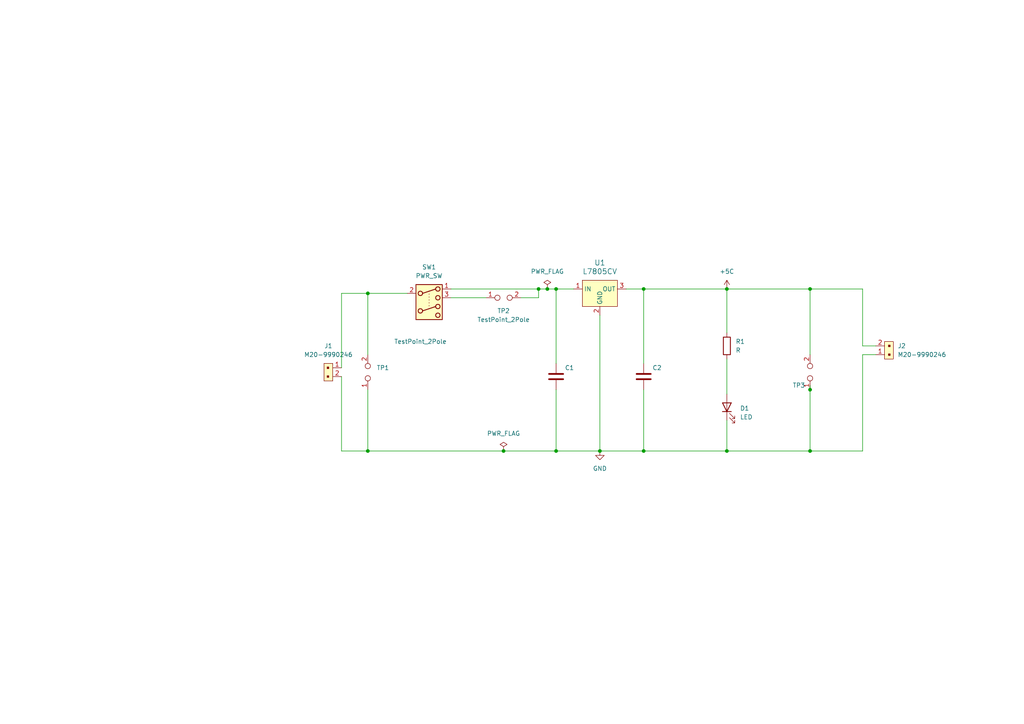
<source format=kicad_sch>
(kicad_sch (version 20230121) (generator eeschema)
  (paper "A4")
  (title_block (title "Project 1 PCB") (date "2024-02-21") (company "Kyle Auyeung") (comment 1 "Umass Amherst"))
  (lib_symbols
    (symbol "Connector:TestPoint_2Pole" (pin_names (offset 0.762) hide)
      (property "Reference" "TP" (at 0 1.524 0))
      (property "Value" "TestPoint_2Pole" (at 0 -1.778 0))
      (symbol "TestPoint_2Pole_0_1"
        (circle (center -1.778 0) (radius 0.762))
        (circle (center 1.778 0) (radius 0.762))
        (pin passive line (at -5.08 0 0) (length 2.54) (name "1") (number "1"))
        (pin passive line (at 5.08 0 180) (length 2.54) (name "2") (number "2"))
      )
    )
    (symbol "Device:C" (pin_numbers hide) (pin_names (offset 0.254))
      (property "Reference" "C" (at 0.635 2.54 0))
      (property "Value" "C" (at 0.635 -2.54 0))
      (symbol "C_0_1"
        (polyline (pts (xy -2.032 -0.762) (xy 2.032 -0.762)) (stroke (width 0.508)))
        (polyline (pts (xy -2.032 0.762) (xy 2.032 0.762)) (stroke (width 0.508)))
      )
      (symbol "C_1_1"
        (pin passive line (at 0 3.81 270) (length 2.794) (name "~") (number "1"))
        (pin passive line (at 0 -3.81 90) (length 2.794) (name "~") (number "2"))
      )
    )
    (symbol "Device:LED" (pin_numbers hide) (pin_names (offset 1.016) hide)
      (property "Reference" "D" (at 0 2.54 0))
      (property "Value" "LED" (at 0 -2.54 0))
      (symbol "LED_0_1"
        (polyline (pts (xy -1.27 -1.27) (xy -1.27 1.27)) (stroke (width 0.254)))
        (polyline (pts (xy -1.27 0) (xy 1.27 0)))
        (polyline (pts (xy 1.27 -1.27) (xy 1.27 1.27) (xy -1.27 0) (xy 1.27 -1.27)) (stroke (width 0.254)))
        (polyline (pts (xy -3.048 -0.762) (xy -4.572 -2.286) (xy -3.81 -2.286) (xy -4.572 -2.286) (xy -4.572 -1.524)))
        (polyline (pts (xy -1.778 -0.762) (xy -3.302 -2.286) (xy -2.54 -2.286) (xy -3.302 -2.286) (xy -3.302 -1.524)))
      )
      (symbol "LED_1_1"
        (pin passive line (at -3.81 0 0) (length 2.54) (name "K") (number "1"))
        (pin passive line (at 3.81 0 180) (length 2.54) (name "A") (number "2"))
      )
    )
    (symbol "Device:R" (pin_numbers hide) (pin_names (offset 0))
      (property "Reference" "R" (at 2.032 0 90))
      (property "Value" "R" (at 0 0 90))
      (symbol "R_0_1"
        (rectangle (start -1.016 -2.54) (end 1.016 2.54) (stroke (width 0.254)))
      )
      (symbol "R_1_1"
        (pin passive line (at 0 3.81 270) (length 1.27) (name "~") (number "1"))
        (pin passive line (at 0 -3.81 90) (length 1.27) (name "~") (number "2"))
      )
    )
    (symbol "SLW-826947-5A-RA-D:SLW-826947-5A-RA-D"
      (property "Reference" "SW1" (at 0 8.89 0))
      (property "Value" "PWR_SW" (at 0 6.35 0))
      (symbol "SLW-826947-5A-RA-D_1_1"
        (rectangle (start -3.81 5.08) (end 3.81 -5.08) (stroke (width 0.254)) (fill (type background)))
        (circle (center -2.54 -2.54) (radius 0.635) (stroke (width 0.254)))
        (circle (center -2.54 2.54) (radius 0.635) (stroke (width 0.254)))
        (polyline (pts (xy -1.905 -2.54) (xy 1.905 -1.27)) (stroke (width 0.254)))
        (polyline (pts (xy -1.905 2.54) (xy 1.905 3.81)) (stroke (width 0.254)))
        (polyline (pts (xy 0 3.175) (xy 0 -1.905)) (stroke (width 0.2) (type dot)))
        (circle (center 2.54 -3.81) (radius 0.635) (stroke (width 0.254)))
        (circle (center 2.54 -1.27) (radius 0.635) (stroke (width 0.254)))
        (circle (center 2.54 1.27) (radius 0.635) (stroke (width 0.254)))
        (circle (center 2.54 3.81) (radius 0.635) (stroke (width 0.254)))
        (pin passive line (at 6.35 3.81 180) (length 2.54) (name "") (number "1"))
        (pin passive line (at -6.35 2.54 0) (length 2.54) (name "") (number "2"))
        (pin passive line (at 6.35 1.27 180) (length 2.54) (name "") (number "3"))
        (pin no_connect line (at 6.35 -1.27 180) (length 2.54) hide (name "") (number "4"))
        (pin no_connect line (at -6.35 -2.54 0) (length 2.54) hide (name "") (number "5"))
        (pin no_connect line (at 6.35 -3.81 180) (length 2.54) hide (name "") (number "6"))
      )
    )
    (symbol "dk_PMIC-Voltage-Regulators-Linear:L7805CV"
      (property "Reference" "U" (at 0 3.81 0))
      (property "Value" "L7805CV" (at 0 6.35 0))
      (symbol "L7805CV_1_1"
        (rectangle (start -5.08 2.54) (end 5.08 -5.08) (fill (type background)))
        (pin power_in line (at -7.62 0 0) (length 2.54) (name "IN") (number "1"))
        (pin power_in line (at 0 -7.62 90) (length 2.54) (name "GND") (number "2"))
        (pin power_out line (at 7.62 0 180) (length 2.54) (name "OUT") (number "3"))
      )
    )
    (symbol "dk_Rectangular-Connectors-Headers-Male-Pins:M20-9990246" (pin_names (offset 1.016))
      (property "Reference" "J" (at -2.54 1.27 0))
      (property "Value" "M20-9990246" (at 1.27 -3.81 0))
      (symbol "M20-9990246_1_1"
        (rectangle (start -1.27 0) (end 3.81 -2.54) (fill (type background)))
        (rectangle (start -0.254 -1.143) (end 0.254 -1.651) (fill (type outline)))
        (rectangle (start 2.286 -1.143) (end 2.794 -1.651) (fill (type outline)))
        (pin passive line (at 0 2.54 270) (length 2.54) (name "~") (number "1"))
        (pin passive line (at 2.54 2.54 270) (length 2.54) (name "~") (number "2"))
      )
    )
    (symbol "power:+5C" (power) (pin_names (offset 0))
      (property "Value" "+5C" (at 0 3.556 0))
      (symbol "+5C_0_1"
        (polyline (pts (xy -0.762 1.27) (xy 0 2.54)))
        (polyline (pts (xy 0 0) (xy 0 2.54)))
        (polyline (pts (xy 0 2.54) (xy 0.762 1.27)))
      )
      (symbol "+5C_1_1"
        (pin power_in line (at 0 0 90) (length 0) hide (name "+5C") (number "1"))
      )
    )
    (symbol "power:GND" (power) (pin_names (offset 0))
      (property "Value" "GND" (at 0 -3.81 0))
      (symbol "GND_0_1"
        (polyline (pts (xy 0 0) (xy 0 -1.27) (xy 1.27 -1.27) (xy 0 -2.54) (xy -1.27 -1.27) (xy 0 -1.27)))
      )
      (symbol "GND_1_1"
        (pin power_in line (at 0 0 270) (length 0) hide (name "GND") (number "1"))
      )
    )
    (symbol "power:PWR_FLAG" (power) (pin_numbers hide) (pin_names (offset 0) hide)
      (property "Value" "PWR_FLAG" (at 0 3.81 0))
      (symbol "PWR_FLAG_0_0"
        (pin power_out line (at 0 0 90) (length 0) (name "pwr") (number "1"))
      )
      (symbol "PWR_FLAG_0_1"
        (polyline (pts (xy 0 0) (xy 0 1.27) (xy -1.016 1.905) (xy 0 2.54) (xy 1.016 1.905) (xy 0 1.27)))
      )
    )
  )
  (junction (at 234.95 113.03))
  (junction (at 210.82 83.82))
  (junction (at 146.05 130.81))
  (junction (at 234.95 130.81))
  (junction (at 186.69 83.82))
  (junction (at 186.69 130.81))
  (junction (at 106.68 130.81))
  (junction (at 161.29 130.81))
  (junction (at 158.75 83.82))
  (junction (at 161.29 83.82))
  (junction (at 234.95 83.82))
  (junction (at 210.82 130.81))
  (junction (at 156.21 83.82))
  (junction (at 173.99 130.81))
  (junction (at 106.68 85.09))
  (wire (pts (xy 234.95 111.76) (xy 234.95 113.03)))
  (wire (pts (xy 210.82 121.92) (xy 210.82 130.81)))
  (wire (pts (xy 130.81 83.82) (xy 156.21 83.82)))
  (wire (pts (xy 151.13 86.36) (xy 156.21 86.36)))
  (wire (pts (xy 161.29 130.81) (xy 146.05 130.81)))
  (wire (pts (xy 161.29 83.82) (xy 161.29 105.41)))
  (wire (pts (xy 173.99 130.81) (xy 186.69 130.81)))
  (wire (pts (xy 250.19 102.87) (xy 250.19 130.81)))
  (wire (pts (xy 106.68 113.03) (xy 106.68 130.81)))
  (wire (pts (xy 99.06 130.81) (xy 99.06 109.22)))
  (wire (pts (xy 99.06 85.09) (xy 106.68 85.09)))
  (wire (pts (xy 250.19 83.82) (xy 250.19 100.33)))
  (wire (pts (xy 234.95 130.81) (xy 210.82 130.81)))
  (wire (pts (xy 234.95 113.03) (xy 234.95 130.81)))
  (wire (pts (xy 161.29 130.81) (xy 173.99 130.81)))
  (wire (pts (xy 250.19 100.33) (xy 254 100.33)))
  (wire (pts (xy 173.99 91.44) (xy 173.99 130.81)))
  (wire (pts (xy 130.81 86.36) (xy 140.97 86.36)))
  (wire (pts (xy 106.68 85.09) (xy 106.68 102.87)))
  (wire (pts (xy 210.82 130.81) (xy 186.69 130.81)))
  (wire (pts (xy 250.19 130.81) (xy 234.95 130.81)))
  (wire (pts (xy 158.75 83.82) (xy 161.29 83.82)))
  (wire (pts (xy 234.95 83.82) (xy 234.95 102.87)))
  (wire (pts (xy 254 102.87) (xy 250.19 102.87)))
  (wire (pts (xy 161.29 113.03) (xy 161.29 130.81)))
  (wire (pts (xy 186.69 113.03) (xy 186.69 130.81)))
  (wire (pts (xy 186.69 83.82) (xy 210.82 83.82)))
  (wire (pts (xy 234.95 83.82) (xy 250.19 83.82)))
  (wire (pts (xy 186.69 83.82) (xy 181.61 83.82)))
  (wire (pts (xy 210.82 83.82) (xy 234.95 83.82)))
  (wire (pts (xy 146.05 130.81) (xy 106.68 130.81)))
  (wire (pts (xy 106.68 85.09) (xy 118.11 85.09)))
  (wire (pts (xy 156.21 86.36) (xy 156.21 83.82)))
  (wire (pts (xy 106.68 130.81) (xy 99.06 130.81)))
  (wire (pts (xy 210.82 83.82) (xy 210.82 96.52)))
  (wire (pts (xy 156.21 83.82) (xy 158.75 83.82)))
  (wire (pts (xy 99.06 106.68) (xy 99.06 85.09)))
  (wire (pts (xy 210.82 104.14) (xy 210.82 114.3)))
  (wire (pts (xy 161.29 83.82) (xy 166.37 83.82)))
  (wire (pts (xy 186.69 105.41) (xy 186.69 83.82)))
  (symbol (lib_id "Connector:TestPoint_2Pole") (at 234.95 107.95 90) (unit 1)
    (property "Reference" "TP3" (at 229.87 111.76 90) (effects (justify right)))
    (property "Value" "TestPoint_2Pole" (effects hide))
    (property "Footprint" "TestPoint:TestPoint_2Pads_Pitch5.08mm_Drill1.3mm" (effects hide))
  )
  (symbol (lib_id "SLW-826947-5A-RA-D:SLW-826947-5A-RA-D") (at 124.46 87.63 0) (unit 1)
    (property "Reference" "SW1" (at 124.46 77.47 0))
    (property "Value" "PWR_SW" (at 124.46 80.01 0))
    (property "Footprint" "SLW-826947-5A-RA-D:SLW-826947-5A-RA-D" (effects hide))
  )
  (symbol (lib_id "power:PWR_FLAG") (at 158.75 83.82 0) (unit 1)
    (property "Reference" "#FLG02" (effects hide))
    (property "Value" "PWR_FLAG" (at 158.75 78.74 0))
  )
  (symbol (lib_id "Connector:TestPoint_2Pole") (at 106.68 107.95 90) (unit 1)
    (property "Reference" "TP1" (at 109.22 106.68 90) (effects (justify right)))
    (property "Value" "TestPoint_2Pole" (at 114.3 99.06 90) (effects (justify right)))
    (property "Footprint" "TestPoint:TestPoint_2Pads_Pitch5.08mm_Drill1.3mm" (effects hide))
  )
  (symbol (lib_id "dk_Rectangular-Connectors-Headers-Male-Pins:M20-9990246") (at 96.52 106.68 270) (unit 1)
    (property "Reference" "J1" (at 95.25 100.33 90))
    (property "Value" "M20-9990246" (at 95.25 102.87 90))
    (property "Footprint" "digikey-footprints:PinHeader_1x2_P2.54mm" (effects hide))
    (property "Datasheet" "https://cdn.harwin.com/pdfs/M20-999.pdf" (effects hide))
    (property "Digi-Key_PN" "952-2262-ND" (effects hide))
    (property "MPN" "M20-9990246" (effects hide))
    (property "Category" "Connectors, Interconnects" (effects hide))
    (property "Family" "Rectangular Connectors - Headers, Male Pins" (effects hide))
    (property "DK_Datasheet_Link" "https://cdn.harwin.com/pdfs/M20-999.pdf" (effects hide))
    (property "DK_Detail_Page" "/product-detail/en/harwin-inc/M20-9990246/952-2262-ND/3728226" (effects hide))
    (property "Description" "CONN HEADER VERT 2POS 2.54MM" (effects hide))
    (property "Manufacturer" "Harwin Inc." (effects hide))
    (property "Status" "Active" (effects hide))
  )
  (symbol (lib_id "power:GND") (at 173.99 130.81 0) (unit 1)
    (property "Reference" "#PWR01" (effects hide))
    (property "Value" "GND" (at 173.99 135.89 0))
  )
  (symbol (lib_id "Device:C") (at 161.29 109.22 0) (unit 1)
    (property "Reference" "C1" (at 163.83 106.68 0) (effects (justify left)))
    (property "Value" "C" (effects hide))
    (property "Footprint" "Capacitor_THT:C_Disc_D5.1mm_W3.2mm_P5.00mm" (effects hide))
  )
  (symbol (lib_id "dk_PMIC-Voltage-Regulators-Linear:L7805CV") (at 173.99 83.82 0) (unit 1)
    (property "Reference" "U1" (at 173.99 76.2 0) (effects (font (size 1.524 1.524))))
    (property "Value" "L7805CV" (at 173.99 78.74 0) (effects (font (size 1.524 1.524))))
    (property "Footprint" "digikey-footprints:TO-220-3" (effects hide))
    (property "Datasheet" "http://www.st.com/content/ccc/resource/technical/document/datasheet/41/4f/b3/b0/12/d4/47/88/CD00000444.pdf/files/CD00000444.pdf/jcr:content/translations/en.CD00000444.pdf" (effects hide))
    (property "Digi-Key_PN" "497-1443-5-ND" (effects hide))
    (property "MPN" "L7805CV" (effects hide))
    (property "Category" "Integrated Circuits (ICs)" (effects hide))
    (property "Family" "PMIC - Voltage Regulators - Linear" (effects hide))
    (property "DK_Datasheet_Link" "http://www.st.com/content/ccc/resource/technical/document/datasheet/41/4f/b3/b0/12/d4/47/88/CD00000444.pdf/files/CD00000444.pdf/jcr:content/translations/en.CD00000444.pdf" (effects hide))
    (property "DK_Detail_Page" "/product-detail/en/stmicroelectronics/L7805CV/497-1443-5-ND/585964" (effects hide))
    (property "Description" "IC REG LINEAR 5V 1.5A TO220AB" (effects hide))
    (property "Manufacturer" "STMicroelectronics" (effects hide))
    (property "Status" "Active" (effects hide))
  )
  (symbol (lib_id "power:+5C") (at 210.82 83.82 0) (unit 1)
    (property "Reference" "#PWR02" (effects hide))
    (property "Value" "+5C" (at 210.82 78.74 0))
  )
  (symbol (lib_id "power:PWR_FLAG") (at 146.05 130.81 0) (unit 1)
    (property "Reference" "#FLG01" (effects hide))
    (property "Value" "PWR_FLAG" (at 146.05 125.73 0))
  )
  (symbol (lib_id "Device:LED") (at 210.82 118.11 90) (unit 1)
    (property "Reference" "D1" (at 214.63 118.4275 90) (effects (justify right)))
    (property "Value" "LED" (at 214.63 120.9675 90) (effects (justify right)))
    (property "Footprint" "LED_THT:LED_D5.0mm" (effects hide))
  )
  (symbol (lib_id "Connector:TestPoint_2Pole") (at 146.05 86.36 0) (unit 1)
    (property "Reference" "TP2" (at 146.05 90.17 0))
    (property "Value" "TestPoint_2Pole" (at 146.05 92.71 0))
    (property "Footprint" "TestPoint:TestPoint_2Pads_Pitch5.08mm_Drill1.3mm" (effects hide))
  )
  (symbol (lib_id "Device:C") (at 186.69 109.22 0) (unit 1)
    (property "Reference" "C2" (at 189.23 106.68 0) (effects (justify left)))
    (property "Value" "C" (effects hide))
    (property "Footprint" "Capacitor_THT:C_Disc_D5.1mm_W3.2mm_P5.00mm" (effects hide))
  )
  (symbol (lib_id "dk_Rectangular-Connectors-Headers-Male-Pins:M20-9990246") (at 256.54 102.87 90) (unit 1)
    (property "Reference" "J2" (at 260.35 100.33 90) (effects (justify right)))
    (property "Value" "M20-9990246" (at 260.35 102.87 90) (effects (justify right)))
    (property "Footprint" "digikey-footprints:PinHeader_1x2_P2.54mm" (effects hide))
    (property "Datasheet" "https://cdn.harwin.com/pdfs/M20-999.pdf" (effects hide))
    (property "Digi-Key_PN" "952-2262-ND" (effects hide))
    (property "MPN" "M20-9990246" (effects hide))
    (property "Category" "Connectors, Interconnects" (effects hide))
    (property "Family" "Rectangular Connectors - Headers, Male Pins" (effects hide))
    (property "DK_Datasheet_Link" "https://cdn.harwin.com/pdfs/M20-999.pdf" (effects hide))
    (property "DK_Detail_Page" "/product-detail/en/harwin-inc/M20-9990246/952-2262-ND/3728226" (effects hide))
    (property "Description" "CONN HEADER VERT 2POS 2.54MM" (effects hide))
    (property "Manufacturer" "Harwin Inc." (effects hide))
    (property "Status" "Active" (effects hide))
  )
  (symbol (lib_id "Device:R") (at 210.82 100.33 0) (unit 1)
    (property "Reference" "R1" (at 213.36 99.06 0) (effects (justify left)))
    (property "Value" "R" (at 213.36 101.6 0) (effects (justify left)))
    (property "Footprint" "Resistor_THT:R_Axial_DIN0207_L6.3mm_D2.5mm_P2.54mm_Vertical" (effects hide))
  )
)
</source>
